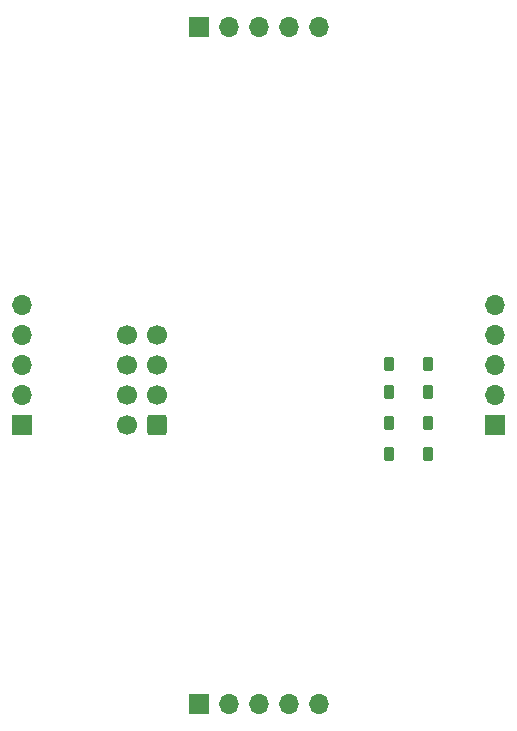
<source format=gbr>
%TF.GenerationSoftware,KiCad,Pcbnew,8.0.0-dirty*%
%TF.CreationDate,2024-04-13T11:17:01-04:00*%
%TF.ProjectId,UltrasonicPCB,556c7472-6173-46f6-9e69-635043422e6b,rev?*%
%TF.SameCoordinates,Original*%
%TF.FileFunction,Soldermask,Top*%
%TF.FilePolarity,Negative*%
%FSLAX46Y46*%
G04 Gerber Fmt 4.6, Leading zero omitted, Abs format (unit mm)*
G04 Created by KiCad (PCBNEW 8.0.0-dirty) date 2024-04-13 11:17:01*
%MOMM*%
%LPD*%
G01*
G04 APERTURE LIST*
G04 Aperture macros list*
%AMRoundRect*
0 Rectangle with rounded corners*
0 $1 Rounding radius*
0 $2 $3 $4 $5 $6 $7 $8 $9 X,Y pos of 4 corners*
0 Add a 4 corners polygon primitive as box body*
4,1,4,$2,$3,$4,$5,$6,$7,$8,$9,$2,$3,0*
0 Add four circle primitives for the rounded corners*
1,1,$1+$1,$2,$3*
1,1,$1+$1,$4,$5*
1,1,$1+$1,$6,$7*
1,1,$1+$1,$8,$9*
0 Add four rect primitives between the rounded corners*
20,1,$1+$1,$2,$3,$4,$5,0*
20,1,$1+$1,$4,$5,$6,$7,0*
20,1,$1+$1,$6,$7,$8,$9,0*
20,1,$1+$1,$8,$9,$2,$3,0*%
G04 Aperture macros list end*
%ADD10RoundRect,0.225000X0.225000X0.375000X-0.225000X0.375000X-0.225000X-0.375000X0.225000X-0.375000X0*%
%ADD11R,1.700000X1.700000*%
%ADD12O,1.700000X1.700000*%
%ADD13RoundRect,0.250000X0.600000X0.600000X-0.600000X0.600000X-0.600000X-0.600000X0.600000X-0.600000X0*%
%ADD14C,1.700000*%
G04 APERTURE END LIST*
D10*
%TO.C,D4*%
X140600000Y-106200000D03*
X137300000Y-106200000D03*
%TD*%
D11*
%TO.C,U3*%
X121140000Y-70060000D03*
D12*
X123680000Y-70060000D03*
X126220000Y-70060000D03*
X128760000Y-70060000D03*
X131300000Y-70060000D03*
%TD*%
D11*
%TO.C,U2*%
X121140000Y-127340000D03*
D12*
X123680000Y-127340000D03*
X126220000Y-127340000D03*
X128760000Y-127340000D03*
X131300000Y-127340000D03*
%TD*%
D10*
%TO.C,D2*%
X140600000Y-101000000D03*
X137300000Y-101000000D03*
%TD*%
%TO.C,D3*%
X140600000Y-103600000D03*
X137300000Y-103600000D03*
%TD*%
D11*
%TO.C,U5*%
X146230000Y-103780000D03*
D12*
X146230000Y-101240000D03*
X146230000Y-98700000D03*
X146230000Y-96160000D03*
X146230000Y-93620000D03*
%TD*%
D10*
%TO.C,D1*%
X140555000Y-98600000D03*
X137255000Y-98600000D03*
%TD*%
D11*
%TO.C,U1*%
X106220000Y-103785000D03*
D12*
X106220000Y-101245000D03*
X106220000Y-98705000D03*
X106220000Y-96165000D03*
X106220000Y-93625000D03*
%TD*%
D13*
%TO.C,J2*%
X117650000Y-103760000D03*
D14*
X115110000Y-103760000D03*
X117650000Y-101220000D03*
X115110000Y-101220000D03*
X117650000Y-98680000D03*
X115110000Y-98680000D03*
X117650000Y-96140000D03*
X115110000Y-96140000D03*
%TD*%
M02*

</source>
